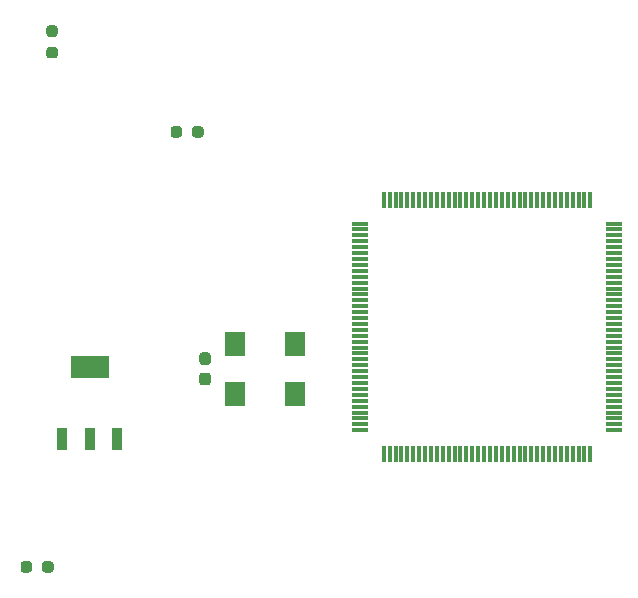
<source format=gbr>
%TF.GenerationSoftware,KiCad,Pcbnew,(5.1.9)-1*%
%TF.CreationDate,2021-02-04T20:28:27-06:00*%
%TF.ProjectId,Intel_10M02SCE144_Breakout_Board,496e7465-6c5f-4313-904d-303253434531,rev?*%
%TF.SameCoordinates,Original*%
%TF.FileFunction,Paste,Top*%
%TF.FilePolarity,Positive*%
%FSLAX46Y46*%
G04 Gerber Fmt 4.6, Leading zero omitted, Abs format (unit mm)*
G04 Created by KiCad (PCBNEW (5.1.9)-1) date 2021-02-04 20:28:27*
%MOMM*%
%LPD*%
G01*
G04 APERTURE LIST*
%ADD10R,1.475000X0.300000*%
%ADD11R,0.300000X1.475000*%
%ADD12R,3.200000X1.900000*%
%ADD13R,0.900000X1.900000*%
%ADD14R,1.800000X2.000000*%
G04 APERTURE END LIST*
D10*
%TO.C,U1*%
X130232000Y-91580000D03*
X130232000Y-92080000D03*
X130232000Y-92580000D03*
X130232000Y-93080000D03*
X130232000Y-93580000D03*
X130232000Y-94080000D03*
X130232000Y-94580000D03*
X130232000Y-95080000D03*
X130232000Y-95580000D03*
X130232000Y-96080000D03*
X130232000Y-96580000D03*
X130232000Y-97080000D03*
X130232000Y-97580000D03*
X130232000Y-98080000D03*
X130232000Y-98580000D03*
X130232000Y-99080000D03*
X130232000Y-99580000D03*
X130232000Y-100080000D03*
X130232000Y-100580000D03*
X130232000Y-101080000D03*
X130232000Y-101580000D03*
X130232000Y-102080000D03*
X130232000Y-102580000D03*
X130232000Y-103080000D03*
X130232000Y-103580000D03*
X130232000Y-104080000D03*
X130232000Y-104580000D03*
X130232000Y-105080000D03*
X130232000Y-105580000D03*
X130232000Y-106080000D03*
X130232000Y-106580000D03*
X130232000Y-107080000D03*
X130232000Y-107580000D03*
X130232000Y-108080000D03*
X130232000Y-108580000D03*
X130232000Y-109080000D03*
D11*
X132220000Y-111068000D03*
X132720000Y-111068000D03*
X133220000Y-111068000D03*
X133720000Y-111068000D03*
X134220000Y-111068000D03*
X134720000Y-111068000D03*
X135220000Y-111068000D03*
X135720000Y-111068000D03*
X136220000Y-111068000D03*
X136720000Y-111068000D03*
X137220000Y-111068000D03*
X137720000Y-111068000D03*
X138220000Y-111068000D03*
X138720000Y-111068000D03*
X139220000Y-111068000D03*
X139720000Y-111068000D03*
X140220000Y-111068000D03*
X140720000Y-111068000D03*
X141220000Y-111068000D03*
X141720000Y-111068000D03*
X142220000Y-111068000D03*
X142720000Y-111068000D03*
X143220000Y-111068000D03*
X143720000Y-111068000D03*
X144220000Y-111068000D03*
X144720000Y-111068000D03*
X145220000Y-111068000D03*
X145720000Y-111068000D03*
X146220000Y-111068000D03*
X146720000Y-111068000D03*
X147220000Y-111068000D03*
X147720000Y-111068000D03*
X148220000Y-111068000D03*
X148720000Y-111068000D03*
X149220000Y-111068000D03*
X149720000Y-111068000D03*
D10*
X151708000Y-109080000D03*
X151708000Y-108580000D03*
X151708000Y-108080000D03*
X151708000Y-107580000D03*
X151708000Y-107080000D03*
X151708000Y-106580000D03*
X151708000Y-106080000D03*
X151708000Y-105580000D03*
X151708000Y-105080000D03*
X151708000Y-104580000D03*
X151708000Y-104080000D03*
X151708000Y-103580000D03*
X151708000Y-103080000D03*
X151708000Y-102580000D03*
X151708000Y-102080000D03*
X151708000Y-101580000D03*
X151708000Y-101080000D03*
X151708000Y-100580000D03*
X151708000Y-100080000D03*
X151708000Y-99580000D03*
X151708000Y-99080000D03*
X151708000Y-98580000D03*
X151708000Y-98080000D03*
X151708000Y-97580000D03*
X151708000Y-97080000D03*
X151708000Y-96580000D03*
X151708000Y-96080000D03*
X151708000Y-95580000D03*
X151708000Y-95080000D03*
X151708000Y-94580000D03*
X151708000Y-94080000D03*
X151708000Y-93580000D03*
X151708000Y-93080000D03*
X151708000Y-92580000D03*
X151708000Y-92080000D03*
X151708000Y-91580000D03*
D11*
X149720000Y-89592000D03*
X149220000Y-89592000D03*
X148720000Y-89592000D03*
X148220000Y-89592000D03*
X147720000Y-89592000D03*
X147220000Y-89592000D03*
X146720000Y-89592000D03*
X146220000Y-89592000D03*
X145720000Y-89592000D03*
X145220000Y-89592000D03*
X144720000Y-89592000D03*
X144220000Y-89592000D03*
X143720000Y-89592000D03*
X143220000Y-89592000D03*
X142720000Y-89592000D03*
X142220000Y-89592000D03*
X141720000Y-89592000D03*
X141220000Y-89592000D03*
X140720000Y-89592000D03*
X140220000Y-89592000D03*
X139720000Y-89592000D03*
X139220000Y-89592000D03*
X138720000Y-89592000D03*
X138220000Y-89592000D03*
X137720000Y-89592000D03*
X137220000Y-89592000D03*
X136720000Y-89592000D03*
X136220000Y-89592000D03*
X135720000Y-89592000D03*
X135220000Y-89592000D03*
X134720000Y-89592000D03*
X134220000Y-89592000D03*
X133720000Y-89592000D03*
X133220000Y-89592000D03*
X132720000Y-89592000D03*
X132220000Y-89592000D03*
%TD*%
%TO.C,C3*%
G36*
G01*
X117331500Y-103561000D02*
X116856500Y-103561000D01*
G75*
G02*
X116619000Y-103323500I0J237500D01*
G01*
X116619000Y-102723500D01*
G75*
G02*
X116856500Y-102486000I237500J0D01*
G01*
X117331500Y-102486000D01*
G75*
G02*
X117569000Y-102723500I0J-237500D01*
G01*
X117569000Y-103323500D01*
G75*
G02*
X117331500Y-103561000I-237500J0D01*
G01*
G37*
G36*
G01*
X117331500Y-105286000D02*
X116856500Y-105286000D01*
G75*
G02*
X116619000Y-105048500I0J237500D01*
G01*
X116619000Y-104448500D01*
G75*
G02*
X116856500Y-104211000I237500J0D01*
G01*
X117331500Y-104211000D01*
G75*
G02*
X117569000Y-104448500I0J-237500D01*
G01*
X117569000Y-105048500D01*
G75*
G02*
X117331500Y-105286000I-237500J0D01*
G01*
G37*
%TD*%
D12*
%TO.C,PS1*%
X107315000Y-103757000D03*
D13*
X109615000Y-109857000D03*
X107315000Y-109857000D03*
X105015000Y-109857000D03*
%TD*%
%TO.C,R1*%
G36*
G01*
X101470000Y-120887500D02*
X101470000Y-120412500D01*
G75*
G02*
X101707500Y-120175000I237500J0D01*
G01*
X102207500Y-120175000D01*
G75*
G02*
X102445000Y-120412500I0J-237500D01*
G01*
X102445000Y-120887500D01*
G75*
G02*
X102207500Y-121125000I-237500J0D01*
G01*
X101707500Y-121125000D01*
G75*
G02*
X101470000Y-120887500I0J237500D01*
G01*
G37*
G36*
G01*
X103295000Y-120887500D02*
X103295000Y-120412500D01*
G75*
G02*
X103532500Y-120175000I237500J0D01*
G01*
X104032500Y-120175000D01*
G75*
G02*
X104270000Y-120412500I0J-237500D01*
G01*
X104270000Y-120887500D01*
G75*
G02*
X104032500Y-121125000I-237500J0D01*
G01*
X103532500Y-121125000D01*
G75*
G02*
X103295000Y-120887500I0J237500D01*
G01*
G37*
%TD*%
%TO.C,R14*%
G36*
G01*
X104377500Y-75775000D02*
X103902500Y-75775000D01*
G75*
G02*
X103665000Y-75537500I0J237500D01*
G01*
X103665000Y-75037500D01*
G75*
G02*
X103902500Y-74800000I237500J0D01*
G01*
X104377500Y-74800000D01*
G75*
G02*
X104615000Y-75037500I0J-237500D01*
G01*
X104615000Y-75537500D01*
G75*
G02*
X104377500Y-75775000I-237500J0D01*
G01*
G37*
G36*
G01*
X104377500Y-77600000D02*
X103902500Y-77600000D01*
G75*
G02*
X103665000Y-77362500I0J237500D01*
G01*
X103665000Y-76862500D01*
G75*
G02*
X103902500Y-76625000I237500J0D01*
G01*
X104377500Y-76625000D01*
G75*
G02*
X104615000Y-76862500I0J-237500D01*
G01*
X104615000Y-77362500D01*
G75*
G02*
X104377500Y-77600000I-237500J0D01*
G01*
G37*
%TD*%
%TO.C,R15*%
G36*
G01*
X114170000Y-84057500D02*
X114170000Y-83582500D01*
G75*
G02*
X114407500Y-83345000I237500J0D01*
G01*
X114907500Y-83345000D01*
G75*
G02*
X115145000Y-83582500I0J-237500D01*
G01*
X115145000Y-84057500D01*
G75*
G02*
X114907500Y-84295000I-237500J0D01*
G01*
X114407500Y-84295000D01*
G75*
G02*
X114170000Y-84057500I0J237500D01*
G01*
G37*
G36*
G01*
X115995000Y-84057500D02*
X115995000Y-83582500D01*
G75*
G02*
X116232500Y-83345000I237500J0D01*
G01*
X116732500Y-83345000D01*
G75*
G02*
X116970000Y-83582500I0J-237500D01*
G01*
X116970000Y-84057500D01*
G75*
G02*
X116732500Y-84295000I-237500J0D01*
G01*
X116232500Y-84295000D01*
G75*
G02*
X115995000Y-84057500I0J237500D01*
G01*
G37*
%TD*%
D14*
%TO.C,Y1*%
X119634000Y-101786000D03*
X124714000Y-101786000D03*
X124714000Y-105986000D03*
X119634000Y-105986000D03*
%TD*%
M02*

</source>
